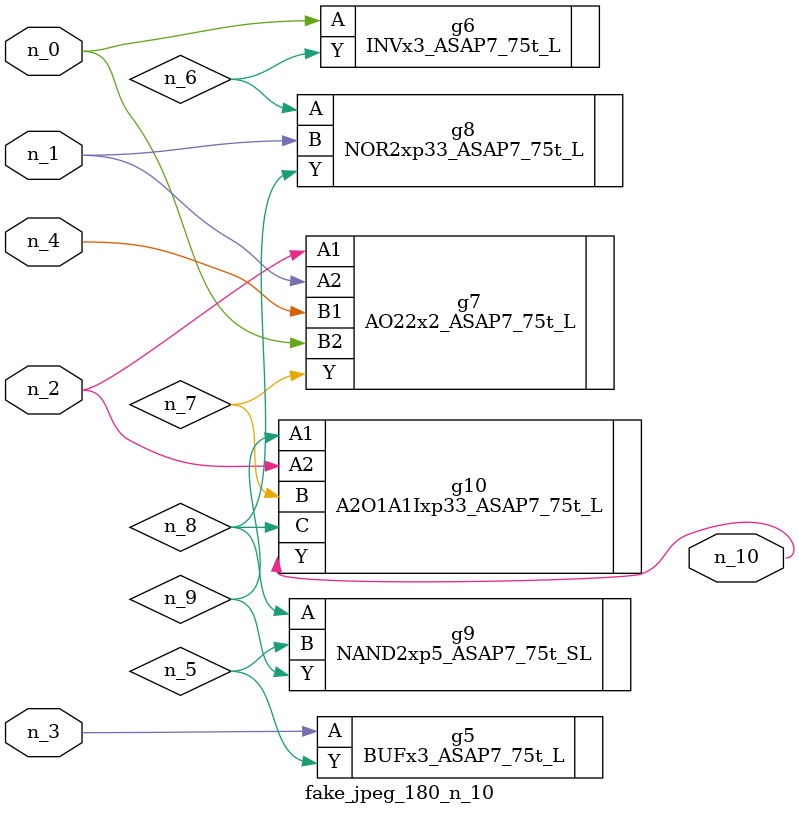
<source format=v>
module fake_jpeg_180_n_10 (n_3, n_2, n_1, n_0, n_4, n_10);

input n_3;
input n_2;
input n_1;
input n_0;
input n_4;

output n_10;

wire n_8;
wire n_9;
wire n_6;
wire n_5;
wire n_7;

BUFx3_ASAP7_75t_L g5 ( 
.A(n_3),
.Y(n_5)
);

INVx3_ASAP7_75t_L g6 ( 
.A(n_0),
.Y(n_6)
);

AO22x2_ASAP7_75t_L g7 ( 
.A1(n_2),
.A2(n_1),
.B1(n_4),
.B2(n_0),
.Y(n_7)
);

NOR2xp33_ASAP7_75t_L g8 ( 
.A(n_6),
.B(n_1),
.Y(n_8)
);

NAND2xp5_ASAP7_75t_SL g9 ( 
.A(n_8),
.B(n_5),
.Y(n_9)
);

A2O1A1Ixp33_ASAP7_75t_L g10 ( 
.A1(n_9),
.A2(n_2),
.B(n_7),
.C(n_8),
.Y(n_10)
);


endmodule
</source>
